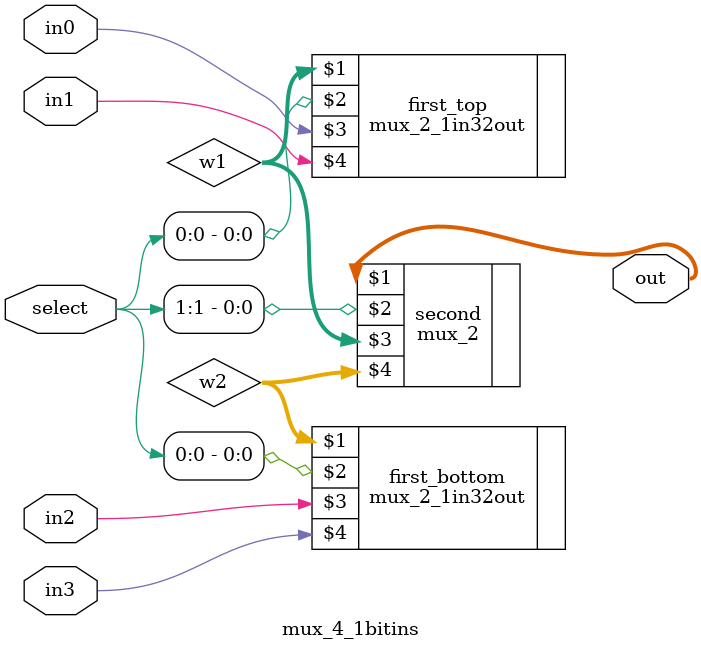
<source format=v>
module mux_4_1bitins(out, select, in0, in1, in2, in3);
    input [1:0] select;
    input in0, in1, in2, in3;
    output[31:0] out;
    wire [31:0] w1, w2;
    mux_2_1in32out first_top(w1, select[0], in0, in1);
    mux_2_1in32out first_bottom(w2, select[0], in2, in3);
    mux_2 second(out, select[1], w1, w2);
endmodule
</source>
